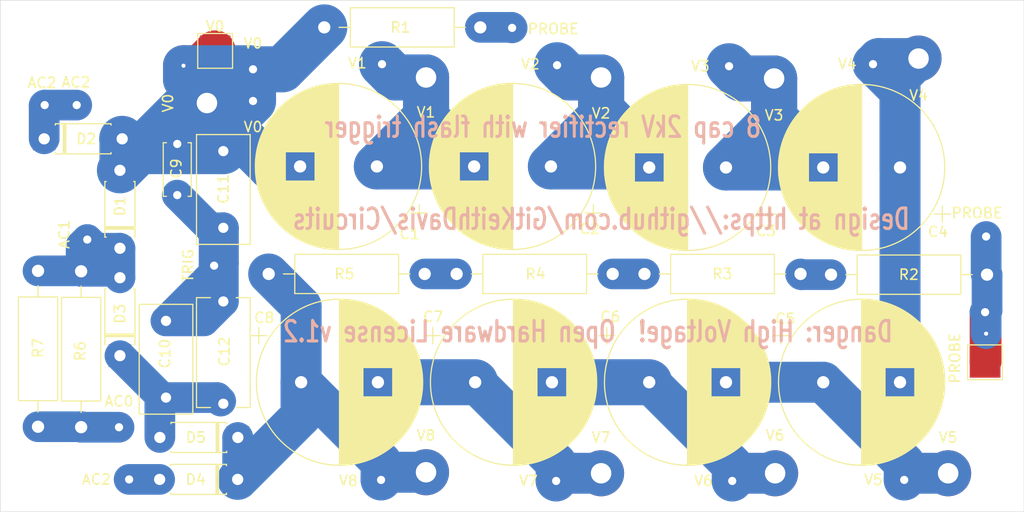
<source format=kicad_pcb>
(kicad_pcb (version 20171130) (host pcbnew 5.1.4-e60b266~84~ubuntu16.04.1)
  (title_block (title "8 cap 2kV rectifier with flash trigger bank") (date 2019-10-08) (company "Keith Davis") (comment 1 "Open Source Hardware﻿") (comment 2 "﻿CERN Open Hardware License v1.2"))
  (layers (0 F.Cu signal) (31 B.Cu signal) (34 B.Paste user) (35 F.Paste user) (36 B.SilkS user) (37 F.SilkS user) (38 B.Mask user) (39 F.Mask user) (44 Edge.Cuts user))
  (net 0 "")
  (net 1 V0)
  (net 2 V1)
  (net 3 V2)
  (net 4 V3)
  (net 5 V4)
  (net 6 V5)
  (net 7 V6)
  (net 8 V7)
  (net 9 V8)
  (net 10 TRIG)
  (net 11 "Net-(C10-Pad1)")
  (net 12 AC1)
  (net 13 AC2)
  (net 14 PROBE)
  (net 15 AC0)
  (net 16 "Net-(R2-Pad1)")
  (net 17 "Net-(R3-Pad1)")
  (net 18 "Net-(R4-Pad1)")
  (module MountingHole:MountingHole_2.2mm_M2_DIN965 (layer F.Cu) (at 196 140)
    (fp_text reference REF** hide)
    (fp_text value MountingHole_2.2mm_M2_DIN965)
    (pad 1 np_thru_hole circle (at 0 0) (size 2.2 2.2) (drill 2.2) (layers *.Cu *.Mask))
  )
  (module MountingHole:MountingHole_2.2mm_M2_DIN965 (layer F.Cu) (at 196 110)
    (fp_text reference REF** hide)
    (fp_text value MountingHole_2.2mm_M2_DIN965)
    (pad 1 np_thru_hole circle (at 0 0) (size 2.2 2.2) (drill 2.2) (layers *.Cu *.Mask))
  )
  (module MountingHole:MountingHole_2.2mm_M2_DIN965 (layer F.Cu) (at 106 146)
    (fp_text reference REF** hide)
    (fp_text value MountingHole_2.2mm_M2_DIN965)
    (pad 1 np_thru_hole circle (at 0 0) (size 2.2 2.2) (drill 2.2) (layers *.Cu *.Mask))
  )
  (module MountingHole:MountingHole_2.2mm_M2_DIN965 (layer F.Cu) (at 106 104)
    (fp_text reference REF** hide)
    (fp_text value MountingHole_2.2mm_M2_DIN965)
    (pad 1 np_thru_hole circle (at 0 0) (size 2.2 2.2) (drill 2.2) (layers *.Cu *.Mask))
  )
  (module Connector_Wire:SolderWirePad_1x01_Drill0.8mm (layer F.Cu) (at 196.2 130.5)
    (fp_text reference PROBE hide)
    (fp_text value Conn_01x01_Female)
    (pad 1 thru_hole circle (at 0 0) (size 1.99898 1.99898) (drill 0.8001) (layers *.Cu *.Mask) (net 14 PROBE))
  )
  (module Connector_Wire:SolderWirePad_1x01_Drill0.8mm (layer F.Cu) (at 104.34 110.25 270)
    (fp_text reference AC2 (at -2.18 0.27 180) (layer F.SilkS))
    (fp_text value Conn_01x01_Female)
    (pad 1 thru_hole circle (at 0 0 270) (size 1.99898 1.99898) (drill 0.8001) (layers *.Cu *.Mask) (net 13 AC2))
  )
  (module Connector_Wire:SolderWirePad_1x01_Drill0.8mm (layer F.Cu) (at 107.47 110.25)
    (fp_text reference AC2 (at -0.07 -2.24) (layer F.SilkS))
    (fp_text value Conn_01x01_Female)
    (pad 1 thru_hole circle (at 0 0) (size 1.99898 1.99898) (drill 0.8001) (layers *.Cu *.Mask) (net 13 AC2))
  )
  (module Resistor_THT:R_Axial_DIN0411_L9.9mm_D3.6mm_P15.24mm_Horizontal (layer F.Cu) (at 103.69 141.7 90)
    (fp_text reference R7 (at 7.7 0 90) (layer F.SilkS))
    (fp_text value 1meg)
    (pad 2 thru_hole oval (at 15.24 0 90) (size 2.4 2.4) (drill 1.2) (layers *.Cu *.Mask) (net 12 AC1))
    (pad 1 thru_hole circle (at 0 0 90) (size 2.4 2.4) (drill 1.2) (layers *.Cu *.Mask) (net 15 AC0))
  )
  (module Resistor_THT:R_Axial_DIN0411_L9.9mm_D3.6mm_P15.24mm_Horizontal (layer F.Cu) (at 107.9 126.5 270)
    (fp_text reference R6 (at 7.8 0.1 90) (layer F.SilkS))
    (fp_text value 1meg)
    (pad 2 thru_hole oval (at 15.24 0 270) (size 2.4 2.4) (drill 1.2) (layers *.Cu *.Mask) (net 15 AC0))
    (pad 1 thru_hole circle (at 0 0 270) (size 2.4 2.4) (drill 1.2) (layers *.Cu *.Mask) (net 12 AC1))
  )
  (module Resistor_THT:R_Axial_DIN0411_L9.9mm_D3.6mm_P15.24mm_Horizontal (layer F.Cu) (at 126.22 126.76)
    (fp_text reference R5 (at 7.4 0) (layer F.SilkS))
    (fp_text value 10meg)
    (pad 2 thru_hole oval (at 15.24 0) (size 2.4 2.4) (drill 1.2) (layers *.Cu *.Mask) (net 18 "Net-(R4-Pad1)"))
    (pad 1 thru_hole circle (at 0 0) (size 2.4 2.4) (drill 1.2) (layers *.Cu *.Mask) (net 9 V8))
  )
  (module Resistor_THT:R_Axial_DIN0411_L9.9mm_D3.6mm_P15.24mm_Horizontal (layer F.Cu) (at 144.58 126.76)
    (fp_text reference R4 (at 7.7 0) (layer F.SilkS))
    (fp_text value 10meg)
    (pad 2 thru_hole oval (at 15.24 0) (size 2.4 2.4) (drill 1.2) (layers *.Cu *.Mask) (net 17 "Net-(R3-Pad1)"))
    (pad 1 thru_hole circle (at 0 0) (size 2.4 2.4) (drill 1.2) (layers *.Cu *.Mask) (net 18 "Net-(R4-Pad1)"))
  )
  (module Resistor_THT:R_Axial_DIN0411_L9.9mm_D3.6mm_P15.24mm_Horizontal (layer F.Cu) (at 162.93 126.76)
    (fp_text reference R3 (at 7.6 0) (layer F.SilkS))
    (fp_text value 10meg)
    (pad 2 thru_hole oval (at 15.24 0) (size 2.4 2.4) (drill 1.2) (layers *.Cu *.Mask) (net 16 "Net-(R2-Pad1)"))
    (pad 1 thru_hole circle (at 0 0) (size 2.4 2.4) (drill 1.2) (layers *.Cu *.Mask) (net 17 "Net-(R3-Pad1)"))
  )
  (module Resistor_THT:R_Axial_DIN0411_L9.9mm_D3.6mm_P15.24mm_Horizontal (layer F.Cu) (at 181.15 126.83)
    (fp_text reference R2 (at 7.6 0) (layer F.SilkS))
    (fp_text value 10meg)
    (pad 2 thru_hole oval (at 15.24 0) (size 2.4 2.4) (drill 1.2) (layers *.Cu *.Mask) (net 14 PROBE))
    (pad 1 thru_hole circle (at 0 0) (size 2.4 2.4) (drill 1.2) (layers *.Cu *.Mask) (net 16 "Net-(R2-Pad1)"))
  )
  (module Resistor_THT:R_Axial_DIN0411_L9.9mm_D3.6mm_P15.24mm_Horizontal (layer F.Cu) (at 146.89 102.65 180)
    (fp_text reference R1 (at 7.8 0) (layer F.SilkS))
    (fp_text value 47k)
    (pad 2 thru_hole oval (at 15.24 0 180) (size 2.4 2.4) (drill 1.2) (layers *.Cu *.Mask) (net 1 V0))
    (pad 1 thru_hole circle (at 0 0 180) (size 2.4 2.4) (drill 1.2) (layers *.Cu *.Mask) (net 14 PROBE))
  )
  (module Connector_Wire:SolderWirePad_1x01_Drill0.8mm (layer F.Cu) (at 111.6 141.75)
    (fp_text reference AC0 (at 0 -2.54) (layer F.SilkS))
    (fp_text value Conn_01x01_Female)
    (pad 1 thru_hole circle (at 0 0) (size 1.99898 1.99898) (drill 0.8001) (layers *.Cu *.Mask) (net 15 AC0))
  )
  (module Connector_Wire:SolderWirePad_1x01_Drill0.8mm (layer F.Cu) (at 120.89 125.95 90)
    (fp_text reference TRIG (at 0 -2.54 90) (layer F.SilkS))
    (fp_text value Conn_01x01_Female)
    (pad 1 thru_hole circle (at 0 0 90) (size 1.99898 1.99898) (drill 0.8001) (layers *.Cu *.Mask) (net 10 TRIG))
  )
  (module Connector_Wire:SolderWirePad_1x01_Drill2mm (layer F.Cu) (at 141.59 146.15 90)
    (fp_text reference V8 (at 3.6 0 180) (layer F.SilkS))
    (fp_text value Conn_01x01_Female)
    (pad 1 thru_hole circle (at 0 0 90) (size 4.50088 4.50088) (drill 1.99898) (layers *.Cu *.Mask) (net 9 V8))
  )
  (module Connector_Wire:SolderWirePad_1x01_Drill2mm (layer F.Cu) (at 158.69 146.25)
    (fp_text reference V7 (at 0 -3.5) (layer F.SilkS))
    (fp_text value Conn_01x01_Female)
    (pad 1 thru_hole circle (at 0 0) (size 4.50088 4.50088) (drill 1.99898) (layers *.Cu *.Mask) (net 8 V7))
  )
  (module Connector_Wire:SolderWirePad_1x01_Drill2mm (layer F.Cu) (at 175.69 146.25)
    (fp_text reference V6 (at 0 -3.7) (layer F.SilkS))
    (fp_text value Conn_01x01_Female)
    (pad 1 thru_hole circle (at 0 0) (size 4.50088 4.50088) (drill 1.99898) (layers *.Cu *.Mask) (net 7 V6))
  )
  (module Connector_Wire:SolderWirePad_1x01_Drill2mm (layer F.Cu) (at 192.59 146.25)
    (fp_text reference V5 (at 0 -3.5) (layer F.SilkS))
    (fp_text value Conn_01x01_Female)
    (pad 1 thru_hole circle (at 0 0) (size 4.50088 4.50088) (drill 1.99898) (layers *.Cu *.Mask) (net 6 V5))
  )
  (module Connector_Wire:SolderWirePad_1x01_Drill2mm (layer F.Cu) (at 189.7 105.7)
    (fp_text reference V4 (at 0 3.6) (layer F.SilkS))
    (fp_text value Conn_01x01_Female)
    (pad 1 thru_hole circle (at 0 0) (size 4.50088 4.50088) (drill 1.99898) (layers *.Cu *.Mask) (net 5 V4))
  )
  (module Connector_Wire:SolderWirePad_1x01_Drill2mm (layer F.Cu) (at 175.59 107.65)
    (fp_text reference V3 (at 0 3.6) (layer F.SilkS))
    (fp_text value Conn_01x01_Female)
    (pad 1 thru_hole circle (at 0 0) (size 4.50088 4.50088) (drill 1.99898) (layers *.Cu *.Mask) (net 4 V3))
  )
  (module Connector_Wire:SolderWirePad_1x01_Drill2mm (layer F.Cu) (at 158.69 107.55)
    (fp_text reference V2 (at 0 3.5) (layer F.SilkS))
    (fp_text value Conn_01x01_Female)
    (pad 1 thru_hole circle (at 0 0) (size 4.50088 4.50088) (drill 1.99898) (layers *.Cu *.Mask) (net 3 V2))
  )
  (module Connector_Wire:SolderWirePad_1x01_Drill2mm (layer F.Cu) (at 141.59 107.45 90)
    (fp_text reference V1 (at -3.5 0 180) (layer F.SilkS))
    (fp_text value Conn_01x01_Female)
    (pad 1 thru_hole circle (at -0.1 0 90) (size 4.50088 4.50088) (drill 1.99898) (layers *.Cu *.Mask) (net 2 V1))
  )
  (module Connector_Wire:SolderWirePad_1x01_Drill2mm (layer F.Cu) (at 120.19 110.05 90)
    (fp_text reference V0 (at 0 -3.81 90) (layer F.SilkS))
    (fp_text value Conn_01x01_Female)
    (pad 1 thru_hole circle (at 0 0 90) (size 4.50088 4.50088) (drill 1.99898) (layers *.Cu *.Mask) (net 1 V0))
  )
  (module Connector_Wire:SolderWirePad_1x01_Drill0.8mm (layer F.Cu) (at 124.69 106.75)
    (fp_text reference V0 (at 0 -2.54) (layer F.SilkS))
    (fp_text value Conn_01x01_Female)
    (pad 1 thru_hole circle (at 0 0) (size 1.99898 1.99898) (drill 0.8001) (layers *.Cu *.Mask) (net 1 V0))
  )
  (module Connector_Wire:SolderWirePad_1x01_Drill0.8mm (layer F.Cu) (at 150 102.7 90)
    (fp_text reference PROBE (at -0.1 4 180) (layer F.SilkS))
    (fp_text value Conn_01x01_Female)
    (pad 1 thru_hole circle (at 0 0 90) (size 1.99898 1.99898) (drill 0.8001) (layers *.Cu *.Mask) (net 14 PROBE))
  )
  (module TestPoint:TestPoint_Pad_3.0x3.0mm (layer F.Cu) (at 120.99 104.95)
    (fp_text reference V0 (at 0 -2.398) (layer F.SilkS))
    (fp_text value Conn_01x01_Female)
    (pad 1 smd rect (at 0 0) (size 3 3) (layers F.Cu F.Mask) (net 1 V0))
  )
  (module TestPoint:TestPoint_Pad_3.0x3.0mm (layer F.Cu) (at 196.2 135.4)
    (fp_text reference PROBE (at -2.95 -0.4 270) (layer F.SilkS))
    (fp_text value Conn_01x01_Female)
    (pad 1 smd rect (at 0 0) (size 3 3) (layers F.Cu F.Mask) (net 14 PROBE))
  )
  (module Connector_Wire:SolderWirePad_1x01_Drill0.8mm (layer F.Cu) (at 137.2 146.9)
    (fp_text reference V8 (at -3.2 0.1) (layer F.SilkS))
    (fp_text value Conn_01x01_Female)
    (pad 1 thru_hole circle (at 0 0) (size 1.99898 1.99898) (drill 0.8001) (layers *.Cu *.Mask) (net 9 V8))
  )
  (module Connector_Wire:SolderWirePad_1x01_Drill0.8mm (layer F.Cu) (at 154.3 147)
    (fp_text reference V7 (at -2.7 0) (layer F.SilkS))
    (fp_text value Conn_01x01_Female)
    (pad 1 thru_hole circle (at 0 0) (size 1.99898 1.99898) (drill 0.8001) (layers *.Cu *.Mask) (net 8 V7))
  )
  (module Connector_Wire:SolderWirePad_1x01_Drill0.8mm (layer F.Cu) (at 171.5 147)
    (fp_text reference V6 (at -2.8 0) (layer F.SilkS))
    (fp_text value Conn_01x01_Female)
    (pad 1 thru_hole circle (at 0 0) (size 1.99898 1.99898) (drill 0.8001) (layers *.Cu *.Mask) (net 7 V6))
  )
  (module Connector_Wire:SolderWirePad_1x01_Drill0.8mm (layer F.Cu) (at 188.3 146.9)
    (fp_text reference V5 (at -3 0) (layer F.SilkS))
    (fp_text value Conn_01x01_Female)
    (pad 1 thru_hole circle (at 0 0) (size 1.99898 1.99898) (drill 0.8001) (layers *.Cu *.Mask) (net 6 V5))
  )
  (module Connector_Wire:SolderWirePad_1x01_Drill0.8mm (layer F.Cu) (at 185.25 106.25 180)
    (fp_text reference V4 (at 2.5 0) (layer F.SilkS))
    (fp_text value Conn_01x01_Female)
    (pad 1 thru_hole circle (at 0 0 180) (size 1.99898 1.99898) (drill 0.8001) (layers *.Cu *.Mask) (net 5 V4))
  )
  (module Connector_Wire:SolderWirePad_1x01_Drill0.8mm (layer F.Cu) (at 171.19 106.45)
    (fp_text reference V3 (at -2.8 0) (layer F.SilkS))
    (fp_text value Conn_01x01_Female)
    (pad 1 thru_hole circle (at 0 0) (size 1.99898 1.99898) (drill 0.8001) (layers *.Cu *.Mask) (net 4 V3))
  )
  (module Connector_Wire:SolderWirePad_1x01_Drill0.8mm (layer F.Cu) (at 154.39 106.35 180)
    (fp_text reference V2 (at 2.6 0.1) (layer F.SilkS))
    (fp_text value Conn_01x01_Female)
    (pad 1 thru_hole circle (at 0 0 180) (size 1.99898 1.99898) (drill 0.8001) (layers *.Cu *.Mask) (net 3 V2))
  )
  (module Connector_Wire:SolderWirePad_1x01_Drill0.8mm (layer F.Cu) (at 137.29 106.25 180)
    (fp_text reference V1 (at 2.4 0.1) (layer F.SilkS))
    (fp_text value Conn_01x01_Female)
    (pad 1 thru_hole circle (at 0 0 180) (size 1.99898 1.99898) (drill 0.8001) (layers *.Cu *.Mask) (net 2 V1))
  )
  (module Connector_Wire:SolderWirePad_1x01_Drill0.8mm (layer F.Cu) (at 124.69 109.85 180)
    (fp_text reference V0 (at 0 -2.54) (layer F.SilkS))
    (fp_text value Conn_01x01_Female)
    (pad 1 thru_hole circle (at 0 0 180) (size 1.99898 1.99898) (drill 0.8001) (layers *.Cu *.Mask) (net 1 V0))
  )
  (module Connector_Wire:SolderWirePad_1x01_Drill0.8mm (layer F.Cu) (at 196.3 123.1)
    (fp_text reference PROBE (at -0.9 -2.3) (layer F.SilkS))
    (fp_text value Conn_01x01_Female)
    (pad 1 thru_hole circle (at 0 0) (size 1.99898 1.99898) (drill 0.8001) (layers *.Cu *.Mask) (net 14 PROBE))
  )
  (module Connector_Wire:SolderWirePad_1x01_Drill0.8mm (layer F.Cu) (at 112.59 146.85)
    (fp_text reference AC2 (at -3.2 0) (layer F.SilkS))
    (fp_text value Conn_01x01_Female)
    (pad 1 thru_hole circle (at 0 0) (size 1.99898 1.99898) (drill 0.8001) (layers *.Cu *.Mask) (net 13 AC2))
  )
  (module Connector_Wire:SolderWirePad_1x01_Drill0.8mm (layer F.Cu) (at 108.5 123.4 90)
    (fp_text reference AC1 (at 0.5 -2.25 90) (layer F.SilkS))
    (fp_text value Conn_01x01_Female)
    (pad 1 thru_hole circle (at 0 0 90) (size 1.99898 1.99898) (drill 0.8001) (layers *.Cu *.Mask) (net 12 AC1))
  )
  (module custom:D_DO-41_SOD81_P7.62mm_Horizontal_ref_moved (layer F.Cu) (at 123.21 142.75 180)
    (fp_text reference D5 (at 4.1 0) (layer F.SilkS))
    (fp_text value R3000 hide)
    (pad 2 thru_hole oval (at 7.62 0 180) (size 2.2 2.2) (drill 1.1) (layers *.Cu *.Mask) (net 11 "Net-(C10-Pad1)"))
    (pad 1 thru_hole rect (at 0 0 180) (size 2.2 2.2) (drill 1.1) (layers *.Cu *.Mask) (net 9 V8))
  )
  (module custom:D_DO-41_SOD81_P7.62mm_Horizontal_ref_moved (layer F.Cu) (at 123.19 146.85 180)
    (fp_text reference D4 (at 4.1 0) (layer F.SilkS))
    (fp_text value R3000 hide)
    (pad 2 thru_hole oval (at 7.62 0 180) (size 2.2 2.2) (drill 1.1) (layers *.Cu *.Mask) (net 13 AC2))
    (pad 1 thru_hole rect (at 0 0 180) (size 2.2 2.2) (drill 1.1) (layers *.Cu *.Mask) (net 9 V8))
  )
  (module custom:D_DO-41_SOD81_P7.62mm_Horizontal_ref_moved (layer F.Cu) (at 111.69 134.75 90)
    (fp_text reference D3 (at 4.1 0 90) (layer F.SilkS))
    (fp_text value R3000 hide)
    (pad 2 thru_hole oval (at 7.62 0 90) (size 2.2 2.2) (drill 1.1) (layers *.Cu *.Mask) (net 12 AC1))
    (pad 1 thru_hole rect (at 0 0 90) (size 2.2 2.2) (drill 1.1) (layers *.Cu *.Mask) (net 11 "Net-(C10-Pad1)"))
  )
  (module custom:D_DO-41_SOD81_P7.62mm_Horizontal_ref_moved (layer F.Cu) (at 104.29 113.55)
    (fp_text reference D2 (at 4.1 0) (layer F.SilkS))
    (fp_text value R3000 hide)
    (pad 2 thru_hole oval (at 7.62 0) (size 2.2 2.2) (drill 1.1) (layers *.Cu *.Mask) (net 1 V0))
    (pad 1 thru_hole rect (at 0 0) (size 2.2 2.2) (drill 1.1) (layers *.Cu *.Mask) (net 13 AC2))
  )
  (module custom:D_DO-41_SOD81_P7.62mm_Horizontal_ref_moved (layer F.Cu) (at 111.69 124.25 90)
    (fp_text reference D1 (at 4.12 0 90) (layer F.SilkS))
    (fp_text value R3000 hide)
    (pad 2 thru_hole oval (at 7.62 0 90) (size 2.2 2.2) (drill 1.1) (layers *.Cu *.Mask) (net 1 V0))
    (pad 1 thru_hole rect (at 0 0 90) (size 2.2 2.2) (drill 1.1) (layers *.Cu *.Mask) (net 12 AC1))
  )
  (module Capacitor_THT:C_Disc_D10.5mm_W5.0mm_P10.00mm (layer F.Cu) (at 121.79 139.45 90)
    (fp_text reference C12 (at 5.1 0.1 90) (layer F.SilkS))
    (fp_text value 10n)
    (pad 2 thru_hole circle (at 10 0 90) (size 2 2) (drill 1) (layers *.Cu *.Mask) (net 10 TRIG))
    (pad 1 thru_hole circle (at 0 0 90) (size 2 2) (drill 1) (layers *.Cu *.Mask) (net 11 "Net-(C10-Pad1)"))
  )
  (module Capacitor_THT:C_Disc_D10.5mm_W5.0mm_P7.50mm (layer F.Cu) (at 121.79 122.25 90)
    (fp_text reference C11 (at 3.8 0 90) (layer F.SilkS))
    (fp_text value 1n)
    (pad 2 thru_hole circle (at 7.5 0 90) (size 2 2) (drill 1) (layers *.Cu *.Mask) (net 1 V0))
    (pad 1 thru_hole circle (at 0 0 90) (size 2 2) (drill 1) (layers *.Cu *.Mask) (net 10 TRIG))
  )
  (module Capacitor_THT:C_Disc_D10.5mm_W5.0mm_P7.50mm (layer F.Cu) (at 116.19 138.85 90)
    (fp_text reference C10 (at 4.3 -0.1 90) (layer F.SilkS))
    (fp_text value 10n)
    (pad 2 thru_hole circle (at 7.5 0 90) (size 2 2) (drill 1) (layers *.Cu *.Mask) (net 10 TRIG))
    (pad 1 thru_hole circle (at 0 0 90) (size 2 2) (drill 1) (layers *.Cu *.Mask) (net 11 "Net-(C10-Pad1)"))
  )
  (module Capacitor_THT:C_Disc_D5.0mm_W2.5mm_P5.00mm (layer F.Cu) (at 117.29 119.05 90)
    (fp_text reference C9 (at 2.6 -0.1 90) (layer F.SilkS))
    (fp_text value 1n)
    (pad 2 thru_hole circle (at 5 0 90) (size 1.6 1.6) (drill 0.8) (layers *.Cu *.Mask) (net 1 V0))
    (pad 1 thru_hole circle (at 0 0 90) (size 1.6 1.6) (drill 0.8) (layers *.Cu *.Mask) (net 10 TRIG))
  )
  (module Capacitor_THT:CP_Radial_D16.0mm_P7.50mm (layer F.Cu) (at 129.39 137.35)
    (fp_text reference C8 (at -3.6 -6.3) (layer F.SilkS))
    (fp_text value 270u)
    (pad 2 thru_hole circle (at 7.5 0) (size 2.4 2.4) (drill 1.2) (layers *.Cu *.Mask) (net 8 V7))
    (pad 1 thru_hole rect (at 0 0) (size 2.4 2.4) (drill 1.2) (layers *.Cu *.Mask) (net 9 V8))
  )
  (module Capacitor_THT:CP_Radial_D16.0mm_P7.50mm (layer F.Cu) (at 146.39 137.35)
    (fp_text reference C7 (at -4.1 -6.4) (layer F.SilkS))
    (fp_text value 270u)
    (pad 2 thru_hole circle (at 7.5 0) (size 2.4 2.4) (drill 1.2) (layers *.Cu *.Mask) (net 7 V6))
    (pad 1 thru_hole rect (at 0 0) (size 2.4 2.4) (drill 1.2) (layers *.Cu *.Mask) (net 8 V7))
  )
  (module Capacitor_THT:CP_Radial_D16.0mm_P7.50mm (layer F.Cu) (at 163.39 137.35)
    (fp_text reference C6 (at -3.8 -6.4) (layer F.SilkS))
    (fp_text value 270u)
    (pad 2 thru_hole circle (at 7.5 0) (size 2.4 2.4) (drill 1.2) (layers *.Cu *.Mask) (net 6 V5))
    (pad 1 thru_hole rect (at 0 0) (size 2.4 2.4) (drill 1.2) (layers *.Cu *.Mask) (net 7 V6))
  )
  (module Capacitor_THT:CP_Radial_D16.0mm_P7.50mm (layer F.Cu) (at 180.39 137.35)
    (fp_text reference C5 (at -3.7 -6.2) (layer F.SilkS))
    (fp_text value 270u)
    (pad 2 thru_hole circle (at 7.5 0) (size 2.4 2.4) (drill 1.2) (layers *.Cu *.Mask) (net 5 V4))
    (pad 1 thru_hole rect (at 0 0) (size 2.4 2.4) (drill 1.2) (layers *.Cu *.Mask) (net 6 V5))
  )
  (module Capacitor_THT:CP_Radial_D16.0mm_P7.50mm (layer F.Cu) (at 187.89 116.35 180)
    (fp_text reference C4 (at -3.7 -6.3) (layer F.SilkS))
    (fp_text value 270u)
    (pad 2 thru_hole circle (at 7.5 0 180) (size 2.4 2.4) (drill 1.2) (layers *.Cu *.Mask) (net 4 V3))
    (pad 1 thru_hole rect (at 0 0 180) (size 2.4 2.4) (drill 1.2) (layers *.Cu *.Mask) (net 5 V4))
  )
  (module Capacitor_THT:CP_Radial_D16.0mm_P7.50mm (layer F.Cu) (at 170.89 116.35 180)
    (fp_text reference C3 (at -3.9 -6.2) (layer F.SilkS))
    (fp_text value 270u)
    (pad 2 thru_hole circle (at 7.5 0 180) (size 2.4 2.4) (drill 1.2) (layers *.Cu *.Mask) (net 3 V2))
    (pad 1 thru_hole rect (at 0 0 180) (size 2.4 2.4) (drill 1.2) (layers *.Cu *.Mask) (net 4 V3))
  )
  (module Capacitor_THT:CP_Radial_D16.0mm_P7.50mm (layer F.Cu) (at 153.79 116.25 180)
    (fp_text reference C2 (at -3.8 -6.1) (layer F.SilkS))
    (fp_text value 270u)
    (pad 2 thru_hole circle (at 7.5 0 180) (size 2.4 2.4) (drill 1.2) (layers *.Cu *.Mask) (net 2 V1))
    (pad 1 thru_hole rect (at 0 0 180) (size 2.4 2.4) (drill 1.2) (layers *.Cu *.Mask) (net 3 V2))
  )
  (module Capacitor_THT:CP_Radial_D16.0mm_P7.50mm (layer F.Cu) (at 136.79 116.25 180)
    (fp_text reference C1 (at -3.2 -6.6) (layer F.SilkS))
    (fp_text value 270u)
    (pad 2 thru_hole circle (at 7.5 0 180) (size 2.4 2.4) (drill 1.2) (layers *.Cu *.Mask) (net 1 V0))
    (pad 1 thru_hole rect (at 0 0 180) (size 2.4 2.4) (drill 1.2) (layers *.Cu *.Mask) (net 2 V1))
  )
  (gr_text "Danger: High Voltage!  Open Hardware License v1.2" (at 157.4 132.4) (layer B.SilkS) (effects (font (size 2 1.5) (thickness 0.3)) (justify mirror)))
  (gr_text "Design at https://github.com/GitKeithDavis/Circuits" (at 158.7 121.4) (layer B.SilkS) (effects (font (size 2 1.5) (thickness 0.3)) (justify mirror)))
  (gr_text "8 cap 2kV rectifier with flash trigger" (at 153 112.4) (layer B.SilkS) (effects (font (size 2 1.5) (thickness 0.3)) (justify mirror)))
  (gr_line (start 100 150) (end 100 100) (layer Edge.Cuts) (width 0.05))
  (gr_line (start 200 150) (end 100 150) (layer Edge.Cuts) (width 0.05))
  (gr_line (start 200 100) (end 200 150) (layer Edge.Cuts) (width 0.05))
  (gr_line (start 100 100) (end 200 100) (layer Edge.Cuts) (width 0.05))
  (via (at 117.9 106.4) (size 0.8) (drill 0.4) (layers F.Cu B.Cu) (net 1))
  (segment (start 126.39 116.25) (end 120.19 110.05) (width 4.5) (layer B.Cu) (net 1))
  (segment (start 129.29 116.25) (end 126.39 116.25) (width 4.5) (layer B.Cu) (net 1))
  (segment (start 121.79 112.75) (end 124.69 109.85) (width 4.5) (layer B.Cu) (net 1))
  (segment (start 121.79 114.75) (end 121.79 112.75) (width 4.5) (layer B.Cu) (net 1))
  (segment (start 124.69 109.85) (end 124.69 106.75) (width 4.5) (layer B.Cu) (net 1))
  (segment (start 127.55 106.75) (end 131.65 102.65) (width 4.5) (layer B.Cu) (net 1))
  (segment (start 124.69 106.75) (end 127.55 106.75) (width 4.5) (layer B.Cu) (net 1))
  (segment (start 113.11 114.75) (end 111.91 113.55) (width 4.5) (layer B.Cu) (net 1))
  (segment (start 121.79 114.75) (end 113.11 114.75) (width 4.5) (layer B.Cu) (net 1))
  (segment (start 118.27 110.05) (end 111.69 116.63) (width 4.5) (layer B.Cu) (net 1))
  (segment (start 120.19 110.05) (end 118.27 110.05) (width 4.5) (layer B.Cu) (net 1))
  (segment (start 119.54 106.4) (end 120.99 104.95) (width 4) (layer F.Cu) (net 1))
  (segment (start 117.9 106.4) (end 119.54 106.4) (width 4) (layer F.Cu) (net 1))
  (segment (start 117.9 107.76) (end 120.19 110.05) (width 4) (layer B.Cu) (net 1))
  (segment (start 117.9 106.4) (end 117.9 107.76) (width 4) (layer B.Cu) (net 1))
  (segment (start 120.19 105.75) (end 120.99 104.95) (width 4) (layer F.Cu) (net 1))
  (segment (start 120.19 110.05) (end 120.19 105.75) (width 4) (layer F.Cu) (net 1))
  (segment (start 111.69 113.77) (end 111.91 113.55) (width 4) (layer B.Cu) (net 1))
  (segment (start 111.69 116.63) (end 111.69 113.77) (width 4) (layer B.Cu) (net 1))
  (segment (start 124.34 106.4) (end 124.69 106.75) (width 4) (layer B.Cu) (net 1))
  (segment (start 117.9 106.4) (end 124.34 106.4) (width 4) (layer B.Cu) (net 1))
  (segment (start 123.49 106.75) (end 120.19 110.05) (width 4) (layer B.Cu) (net 1))
  (segment (start 124.69 106.75) (end 123.49 106.75) (width 4) (layer B.Cu) (net 1))
  (segment (start 117.29 112.95) (end 120.19 110.05) (width 4) (layer B.Cu) (net 1))
  (segment (start 117.29 114.05) (end 117.29 112.95) (width 4) (layer B.Cu) (net 1))
  (segment (start 136.79 116.25) (end 146.29 116.25) (width 4.5) (layer B.Cu) (net 2))
  (segment (start 141.59 111.55) (end 146.29 116.25) (width 4.5) (layer B.Cu) (net 2))
  (segment (start 141.59 107.55) (end 141.59 111.55) (width 4.5) (layer B.Cu) (net 2))
  (segment (start 141.59 111.45) (end 136.79 116.25) (width 4.5) (layer B.Cu) (net 2))
  (segment (start 141.59 107.55) (end 141.59 111.45) (width 4.5) (layer B.Cu) (net 2))
  (segment (start 138.59 107.55) (end 137.29 106.25) (width 4.5) (layer B.Cu) (net 2))
  (segment (start 141.59 107.55) (end 138.59 107.55) (width 4.5) (layer B.Cu) (net 2))
  (segment (start 163.29 116.25) (end 163.39 116.35) (width 4.5) (layer B.Cu) (net 3))
  (segment (start 153.79 116.25) (end 163.29 116.25) (width 4.5) (layer B.Cu) (net 3))
  (segment (start 163.29 115.332602) (end 163.29 116.25) (width 4.5) (layer B.Cu) (net 3))
  (segment (start 158.69 110.732602) (end 163.29 115.332602) (width 4.5) (layer B.Cu) (net 3))
  (segment (start 158.69 107.55) (end 158.69 110.732602) (width 4.5) (layer B.Cu) (net 3))
  (segment (start 158.69 111.35) (end 153.79 116.25) (width 4.5) (layer B.Cu) (net 3))
  (segment (start 158.69 107.55) (end 158.69 111.35) (width 4.5) (layer B.Cu) (net 3))
  (segment (start 158.69 107.55) (end 155.59 107.55) (width 4.5) (layer B.Cu) (net 3))
  (segment (start 155.59 107.55) (end 154.39 106.35) (width 4.5) (layer B.Cu) (net 3))
  (segment (start 175.59 111.65) (end 170.89 116.35) (width 4.5) (layer B.Cu) (net 4))
  (segment (start 175.59 107.65) (end 175.59 111.65) (width 4.5) (layer B.Cu) (net 4))
  (segment (start 170.89 116.35) (end 180.39 116.35) (width 4.5) (layer B.Cu) (net 4))
  (segment (start 175.59 111.55) (end 180.39 116.35) (width 4.5) (layer B.Cu) (net 4))
  (segment (start 175.59 107.65) (end 175.59 111.55) (width 4.5) (layer B.Cu) (net 4))
  (segment (start 172.39 107.65) (end 171.19 106.45) (width 4.5) (layer B.Cu) (net 4))
  (segment (start 175.59 107.65) (end 172.39 107.65) (width 4.5) (layer B.Cu) (net 4))
  (segment (start 187.89 116.35) (end 187.89 137.35) (width 4) (layer B.Cu) (net 5))
  (segment (start 187.89 108.89) (end 185.25 106.25) (width 4) (layer B.Cu) (net 5))
  (segment (start 187.89 116.35) (end 187.89 108.89) (width 4) (layer B.Cu) (net 5))
  (segment (start 185.8 105.7) (end 185.25 106.25) (width 4) (layer B.Cu) (net 5))
  (segment (start 189.7 105.7) (end 185.8 105.7) (width 4) (layer B.Cu) (net 5))
  (segment (start 187.89 107.51) (end 189.7 105.7) (width 4) (layer B.Cu) (net 5))
  (segment (start 187.89 116.35) (end 187.89 107.51) (width 4) (layer B.Cu) (net 5))
  (segment (start 170.89 137.35) (end 180.39 137.35) (width 4) (layer B.Cu) (net 6))
  (segment (start 188.3 145.26) (end 180.39 137.35) (width 4) (layer B.Cu) (net 6))
  (segment (start 188.3 146.9) (end 188.3 145.26) (width 4) (layer B.Cu) (net 6))
  (segment (start 188.95 146.25) (end 188.3 146.9) (width 4) (layer B.Cu) (net 6))
  (segment (start 192.59 146.25) (end 188.95 146.25) (width 4) (layer B.Cu) (net 6))
  (segment (start 153.89 137.35) (end 163.39 137.35) (width 4.5) (layer B.Cu) (net 7))
  (segment (start 171.5 145.46) (end 163.39 137.35) (width 4) (layer B.Cu) (net 7))
  (segment (start 171.5 147) (end 171.5 145.46) (width 4) (layer B.Cu) (net 7))
  (segment (start 172.25 146.25) (end 171.5 147) (width 4) (layer B.Cu) (net 7))
  (segment (start 175.69 146.25) (end 172.25 146.25) (width 4) (layer B.Cu) (net 7))
  (segment (start 136.89 137.35) (end 146.39 137.35) (width 4.5) (layer B.Cu) (net 8))
  (segment (start 154.3 145.26) (end 146.39 137.35) (width 4) (layer B.Cu) (net 8))
  (segment (start 154.3 147) (end 154.3 145.26) (width 4) (layer B.Cu) (net 8))
  (segment (start 155.05 146.25) (end 154.3 147) (width 4) (layer B.Cu) (net 8))
  (segment (start 158.69 146.25) (end 155.05 146.25) (width 4) (layer B.Cu) (net 8))
  (segment (start 129.39 137.35) (end 129.39 139.55) (width 4) (layer B.Cu) (net 9))
  (segment (start 129.39 140.65) (end 123.19 146.85) (width 4) (layer B.Cu) (net 9))
  (segment (start 129.39 137.35) (end 129.39 140.65) (width 4) (layer B.Cu) (net 9))
  (segment (start 129.39 129.93) (end 126.22 126.76) (width 4) (layer B.Cu) (net 9))
  (segment (start 129.39 137.35) (end 129.39 129.93) (width 4) (layer B.Cu) (net 9))
  (segment (start 137.2 145.16) (end 129.39 137.35) (width 4) (layer B.Cu) (net 9))
  (segment (start 137.2 146.9) (end 137.2 145.16) (width 4) (layer B.Cu) (net 9))
  (segment (start 137.95 146.15) (end 137.2 146.9) (width 4) (layer B.Cu) (net 9))
  (segment (start 141.59 146.15) (end 137.95 146.15) (width 4) (layer B.Cu) (net 9))
  (segment (start 123.19 142.77) (end 123.21 142.75) (width 3) (layer B.Cu) (net 9))
  (segment (start 123.19 146.85) (end 123.19 142.77) (width 3) (layer B.Cu) (net 9))
  (segment (start 120.49 122.25) (end 117.29 119.05) (width 3) (layer B.Cu) (net 10))
  (segment (start 121.79 122.25) (end 120.49 122.25) (width 3) (layer B.Cu) (net 10))
  (segment (start 119.89 131.35) (end 121.79 129.45) (width 3) (layer B.Cu) (net 10))
  (segment (start 116.19 131.35) (end 119.89 131.35) (width 3) (layer B.Cu) (net 10))
  (segment (start 120.89 128.55) (end 121.79 129.45) (width 3) (layer B.Cu) (net 10))
  (segment (start 120.89 125.95) (end 120.89 128.55) (width 3) (layer B.Cu) (net 10))
  (segment (start 120.89 123.15) (end 121.79 122.25) (width 3) (layer B.Cu) (net 10))
  (segment (start 120.89 125.95) (end 120.89 123.15) (width 3) (layer B.Cu) (net 10))
  (segment (start 121.79 129.45) (end 121.79 122.25) (width 3) (layer B.Cu) (net 10))
  (segment (start 121.79 125.75) (end 116.19 131.35) (width 3) (layer B.Cu) (net 10))
  (segment (start 121.79 122.25) (end 121.79 125.75) (width 3) (layer B.Cu) (net 10))
  (segment (start 121.19 138.85) (end 121.533698 139.193698) (width 3) (layer B.Cu) (net 11))
  (segment (start 116.19 138.85) (end 121.19 138.85) (width 3) (layer B.Cu) (net 11))
  (segment (start 115.59 139.45) (end 116.19 138.85) (width 3) (layer B.Cu) (net 11))
  (segment (start 115.59 142.75) (end 115.59 139.45) (width 3) (layer B.Cu) (net 11))
  (segment (start 115.79 138.85) (end 111.69 134.75) (width 3) (layer B.Cu) (net 11))
  (segment (start 116.19 138.85) (end 115.79 138.85) (width 3) (layer B.Cu) (net 11))
  (segment (start 107.86 126.46) (end 107.9 126.5) (width 3) (layer B.Cu) (net 12))
  (segment (start 103.69 126.46) (end 107.86 126.46) (width 3) (layer B.Cu) (net 12))
  (segment (start 107.9 124) (end 108.5 123.4) (width 3) (layer B.Cu) (net 12))
  (segment (start 107.9 126.5) (end 107.9 124) (width 3) (layer B.Cu) (net 12))
  (segment (start 111.69 127.13) (end 111.69 124.25) (width 3) (layer B.Cu) (net 12))
  (segment (start 109.35 124.25) (end 108.5 123.4) (width 3) (layer B.Cu) (net 12))
  (segment (start 111.69 124.25) (end 109.35 124.25) (width 3) (layer B.Cu) (net 12))
  (segment (start 111.06 126.5) (end 111.69 127.13) (width 3) (layer B.Cu) (net 12))
  (segment (start 107.9 126.5) (end 111.06 126.5) (width 3) (layer B.Cu) (net 12))
  (segment (start 115.57 146.85) (end 112.59 146.85) (width 3) (layer B.Cu) (net 13))
  (segment (start 104.29 110.3) (end 104.34 110.25) (width 3) (layer B.Cu) (net 13))
  (segment (start 104.29 113.55) (end 104.29 110.3) (width 3) (layer B.Cu) (net 13))
  (segment (start 104.34 110.25) (end 107.47 110.25) (width 3) (layer B.Cu) (net 13))
  (via (at 196.3 132.6) (size 0.8) (drill 0.4) (layers F.Cu B.Cu) (net 14))
  (segment (start 196.3 126.74) (end 196.39 126.83) (width 3) (layer B.Cu) (net 14))
  (segment (start 196.3 123.1) (end 196.3 126.74) (width 3) (layer B.Cu) (net 14))
  (segment (start 196.39 130.31) (end 196.2 130.5) (width 3) (layer B.Cu) (net 14))
  (segment (start 196.39 126.83) (end 196.39 130.31) (width 3) (layer B.Cu) (net 14))
  (segment (start 196.3 130.6) (end 196.2 130.5) (width 3) (layer B.Cu) (net 14))
  (segment (start 196.3 132.6) (end 196.3 130.6) (width 3) (layer B.Cu) (net 14))
  (segment (start 196.3 135.3) (end 196.2 135.4) (width 3) (layer F.Cu) (net 14))
  (segment (start 196.3 132.6) (end 196.3 135.3) (width 3) (layer F.Cu) (net 14))
  (segment (start 149.95 102.65) (end 150 102.7) (width 3) (layer B.Cu) (net 14))
  (segment (start 146.89 102.65) (end 149.95 102.65) (width 3) (layer B.Cu) (net 14))
  (segment (start 196.2 130.5) (end 196.2 135.4) (width 3) (layer F.Cu) (net 14))
  (segment (start 107.96 141.7) (end 108 141.74) (width 3) (layer B.Cu) (net 15))
  (segment (start 103.69 141.7) (end 107.96 141.7) (width 3) (layer B.Cu) (net 15))
  (segment (start 107.91 141.75) (end 107.9 141.74) (width 3) (layer B.Cu) (net 15))
  (segment (start 111.6 141.75) (end 107.91 141.75) (width 3) (layer B.Cu) (net 15))
  (segment (start 178.24 126.83) (end 178.17 126.76) (width 3) (layer B.Cu) (net 16))
  (segment (start 181.15 126.83) (end 178.24 126.83) (width 3) (layer B.Cu) (net 16))
  (segment (start 162.93 126.76) (end 159.82 126.76) (width 3) (layer B.Cu) (net 17))
  (segment (start 144.58 126.76) (end 141.46 126.76) (width 3) (layer B.Cu) (net 18))
)
</source>
